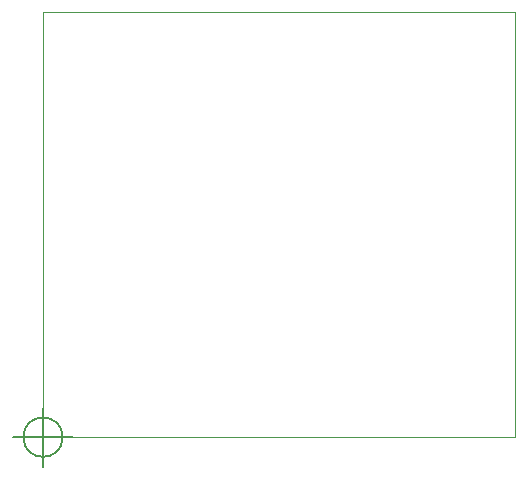
<source format=gbr>
G04 #@! TF.GenerationSoftware,KiCad,Pcbnew,5.1.5-1.fc31*
G04 #@! TF.CreationDate,2020-04-12T23:44:56+02:00*
G04 #@! TF.ProjectId,piezo_amplifier,7069657a-6f5f-4616-9d70-6c6966696572,rev?*
G04 #@! TF.SameCoordinates,Original*
G04 #@! TF.FileFunction,Profile,NP*
%FSLAX46Y46*%
G04 Gerber Fmt 4.6, Leading zero omitted, Abs format (unit mm)*
G04 Created by KiCad (PCBNEW 5.1.5-1.fc31) date 2020-04-12 23:44:56*
%MOMM*%
%LPD*%
G04 APERTURE LIST*
%ADD10C,0.150000*%
%ADD11C,0.100000*%
G04 APERTURE END LIST*
D10*
X106666666Y-95000000D02*
G75*
G03X106666666Y-95000000I-1666666J0D01*
G01*
X102500000Y-95000000D02*
X107500000Y-95000000D01*
X105000000Y-92500000D02*
X105000000Y-97500000D01*
X106666666Y-95000000D02*
G75*
G03X106666666Y-95000000I-1666666J0D01*
G01*
X102500000Y-95000000D02*
X107500000Y-95000000D01*
X105000000Y-92500000D02*
X105000000Y-97500000D01*
D11*
X145000000Y-59000000D02*
X145000000Y-95000000D01*
X105000000Y-59000000D02*
X145000000Y-59000000D01*
X105000000Y-95000000D02*
X105000000Y-59000000D01*
X145000000Y-95000000D02*
X105000000Y-95000000D01*
M02*

</source>
